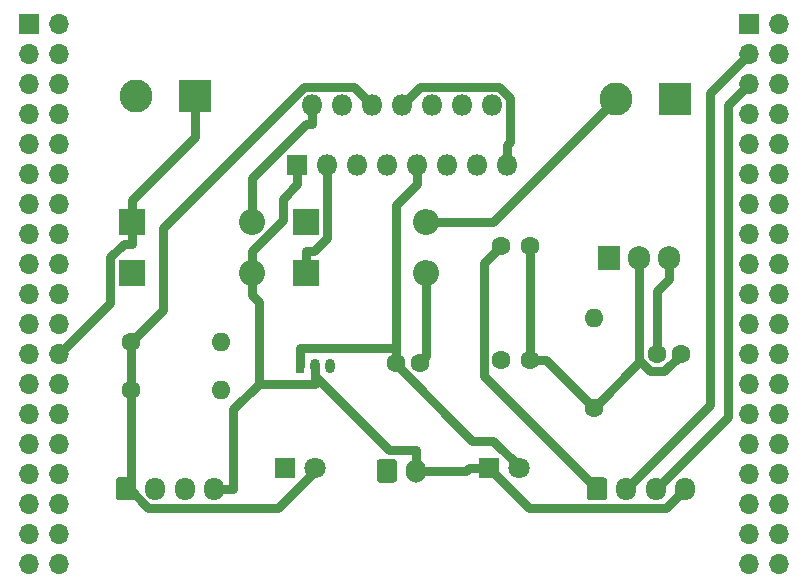
<source format=gbr>
%TF.GenerationSoftware,KiCad,Pcbnew,(5.1.6)-1*%
%TF.CreationDate,2021-07-06T14:07:52+07:00*%
%TF.ProjectId,test1,74657374-312e-46b6-9963-61645f706362,rev?*%
%TF.SameCoordinates,Original*%
%TF.FileFunction,Copper,L2,Bot*%
%TF.FilePolarity,Positive*%
%FSLAX46Y46*%
G04 Gerber Fmt 4.6, Leading zero omitted, Abs format (unit mm)*
G04 Created by KiCad (PCBNEW (5.1.6)-1) date 2021-07-06 14:07:52*
%MOMM*%
%LPD*%
G01*
G04 APERTURE LIST*
%TA.AperFunction,ComponentPad*%
%ADD10R,0.800000X1.250000*%
%TD*%
%TA.AperFunction,ComponentPad*%
%ADD11O,0.800000X1.250000*%
%TD*%
%TA.AperFunction,ComponentPad*%
%ADD12O,1.905000X2.000000*%
%TD*%
%TA.AperFunction,ComponentPad*%
%ADD13R,1.905000X2.000000*%
%TD*%
%TA.AperFunction,ComponentPad*%
%ADD14O,1.600000X1.600000*%
%TD*%
%TA.AperFunction,ComponentPad*%
%ADD15C,1.600000*%
%TD*%
%TA.AperFunction,ComponentPad*%
%ADD16O,1.700000X2.000000*%
%TD*%
%TA.AperFunction,ComponentPad*%
%ADD17O,1.700000X1.950000*%
%TD*%
%TA.AperFunction,ComponentPad*%
%ADD18O,2.200000X2.200000*%
%TD*%
%TA.AperFunction,ComponentPad*%
%ADD19R,2.200000X2.200000*%
%TD*%
%TA.AperFunction,ComponentPad*%
%ADD20C,1.800000*%
%TD*%
%TA.AperFunction,ComponentPad*%
%ADD21R,1.800000X1.800000*%
%TD*%
%TA.AperFunction,ComponentPad*%
%ADD22O,1.800000X1.800000*%
%TD*%
%TA.AperFunction,ComponentPad*%
%ADD23C,2.800000*%
%TD*%
%TA.AperFunction,ComponentPad*%
%ADD24R,2.800000X2.800000*%
%TD*%
%TA.AperFunction,ComponentPad*%
%ADD25O,1.700000X1.700000*%
%TD*%
%TA.AperFunction,ComponentPad*%
%ADD26R,1.700000X1.700000*%
%TD*%
%TA.AperFunction,Conductor*%
%ADD27C,0.750000*%
%TD*%
G04 APERTURE END LIST*
D10*
%TO.P,U3,1*%
%TO.N,+3V3*%
X156162000Y-100188000D03*
D11*
%TO.P,U3,3*%
%TO.N,+5V*%
X158702000Y-100188000D03*
%TO.P,U3,2*%
%TO.N,GND*%
X157432000Y-100188000D03*
%TD*%
D12*
%TO.P,U1,3*%
%TO.N,+5V*%
X187404000Y-91044000D03*
%TO.P,U1,2*%
%TO.N,GND*%
X184864000Y-91044000D03*
D13*
%TO.P,U1,1*%
%TO.N,+12V*%
X182324000Y-91044000D03*
%TD*%
D14*
%TO.P,R100,2*%
%TO.N,Net-(D1-Pad1)*%
X181054000Y-96124000D03*
D15*
%TO.P,R100,1*%
%TO.N,GND*%
X181054000Y-103744000D03*
%TD*%
D16*
%TO.P,limit switch,2*%
%TO.N,GND*%
X166028000Y-109078000D03*
%TO.P,limit switch,1*%
%TO.N,/limit_switch*%
%TA.AperFunction,ComponentPad*%
G36*
G01*
X162678000Y-109828000D02*
X162678000Y-108328000D01*
G75*
G02*
X162928000Y-108078000I250000J0D01*
G01*
X164128000Y-108078000D01*
G75*
G02*
X164378000Y-108328000I0J-250000D01*
G01*
X164378000Y-109828000D01*
G75*
G02*
X164128000Y-110078000I-250000J0D01*
G01*
X162928000Y-110078000D01*
G75*
G02*
X162678000Y-109828000I0J250000D01*
G01*
G37*
%TD.AperFunction*%
%TD*%
D17*
%TO.P,end-effector,4*%
%TO.N,GND*%
X188808000Y-110602000D03*
%TO.P,end-effector,3*%
%TO.N,/I2C_SDA*%
X186308000Y-110602000D03*
%TO.P,end-effector,2*%
%TO.N,/I2C_SCL*%
X183808000Y-110602000D03*
%TO.P,end-effector,1*%
%TO.N,+12V*%
%TA.AperFunction,ComponentPad*%
G36*
G01*
X180458000Y-111327000D02*
X180458000Y-109877000D01*
G75*
G02*
X180708000Y-109627000I250000J0D01*
G01*
X181908000Y-109627000D01*
G75*
G02*
X182158000Y-109877000I0J-250000D01*
G01*
X182158000Y-111327000D01*
G75*
G02*
X181908000Y-111577000I-250000J0D01*
G01*
X180708000Y-111577000D01*
G75*
G02*
X180458000Y-111327000I0J250000D01*
G01*
G37*
%TD.AperFunction*%
%TD*%
D18*
%TO.P,D6,2*%
%TO.N,GND*%
X166830000Y-92314000D03*
D19*
%TO.P,D6,1*%
%TO.N,Net-(D5-Pad2)*%
X156670000Y-92314000D03*
%TD*%
D18*
%TO.P,D5,2*%
%TO.N,Net-(D5-Pad2)*%
X166830000Y-87996000D03*
D19*
%TO.P,D5,1*%
%TO.N,+12V*%
X156670000Y-87996000D03*
%TD*%
D18*
%TO.P,D4,2*%
%TO.N,GND*%
X152098000Y-92314000D03*
D19*
%TO.P,D4,1*%
%TO.N,Net-(D3-Pad2)*%
X141938000Y-92314000D03*
%TD*%
D18*
%TO.P,D3,2*%
%TO.N,Net-(D3-Pad2)*%
X152098000Y-87996000D03*
D19*
%TO.P,D3,1*%
%TO.N,+12V*%
X141938000Y-87996000D03*
%TD*%
D20*
%TO.P,D2,2*%
%TO.N,+3V3*%
X174704000Y-108824000D03*
D21*
%TO.P,D2,1*%
%TO.N,GND*%
X172164000Y-108824000D03*
%TD*%
D20*
%TO.P,D1,2*%
%TO.N,+5V*%
X157432000Y-108824000D03*
D21*
%TO.P,D1,1*%
%TO.N,Net-(D1-Pad1)*%
X154892000Y-108824000D03*
%TD*%
D15*
%TO.P,C4,2*%
%TO.N,GND*%
X166290000Y-99934000D03*
%TO.P,C4,1*%
%TO.N,+3V3*%
X164290000Y-99934000D03*
%TD*%
%TO.P,C3,2*%
%TO.N,GND*%
X188388000Y-99172000D03*
%TO.P,C3,1*%
%TO.N,+5V*%
X186388000Y-99172000D03*
%TD*%
%TO.P,C2,2*%
%TO.N,GND*%
X175680000Y-99680000D03*
%TO.P,C2,1*%
%TO.N,+5V*%
X173180000Y-99680000D03*
%TD*%
%TO.P,C1,2*%
%TO.N,GND*%
X175680000Y-90028000D03*
%TO.P,C1,1*%
%TO.N,+12V*%
X173180000Y-90028000D03*
%TD*%
D22*
%TO.P,U2,15*%
%TO.N,GND*%
X173688000Y-83170000D03*
%TO.P,U2,14*%
%TO.N,Net-(U2-Pad14)*%
X172418000Y-78090000D03*
%TO.P,U2,13*%
%TO.N,Net-(U2-Pad13)*%
X171148000Y-83170000D03*
%TO.P,U2,12*%
%TO.N,Net-(U2-Pad12)*%
X169878000Y-78090000D03*
%TO.P,U2,11*%
%TO.N,Net-(U2-Pad11)*%
X168608000Y-83170000D03*
%TO.P,U2,10*%
%TO.N,Net-(U2-Pad10)*%
X167338000Y-78090000D03*
%TO.P,U2,9*%
%TO.N,+3V3*%
X166068000Y-83170000D03*
%TO.P,U2,8*%
%TO.N,GND*%
X164798000Y-78090000D03*
%TO.P,U2,7*%
%TO.N,/motor_pwm2*%
X163528000Y-83170000D03*
%TO.P,U2,6*%
%TO.N,+5V*%
X162258000Y-78090000D03*
%TO.P,U2,5*%
%TO.N,/motor_pwm1*%
X160988000Y-83170000D03*
%TO.P,U2,4*%
%TO.N,+12V*%
X159718000Y-78090000D03*
%TO.P,U2,3*%
%TO.N,Net-(D5-Pad2)*%
X158448000Y-83170000D03*
%TO.P,U2,2*%
%TO.N,Net-(D3-Pad2)*%
X157178000Y-78090000D03*
D21*
%TO.P,U2,1*%
%TO.N,GND*%
X155908000Y-83170000D03*
%TD*%
D14*
%TO.P,R2,2*%
%TO.N,/enc_b*%
X149464000Y-102252000D03*
D15*
%TO.P,R2,1*%
%TO.N,+5V*%
X141844000Y-102252000D03*
%TD*%
D14*
%TO.P,R1,2*%
%TO.N,/enc_a*%
X149464000Y-98202000D03*
D15*
%TO.P,R1,1*%
%TO.N,+5V*%
X141844000Y-98202000D03*
%TD*%
D23*
%TO.P,J3,2*%
%TO.N,GND*%
X142272000Y-77328000D03*
D24*
%TO.P,J3,1*%
%TO.N,+12V*%
X147272000Y-77328000D03*
%TD*%
D23*
%TO.P,J2,2*%
%TO.N,Net-(D5-Pad2)*%
X182912000Y-77582000D03*
D24*
%TO.P,J2,1*%
%TO.N,Net-(D3-Pad2)*%
X187912000Y-77582000D03*
%TD*%
D17*
%TO.P,encoder,4*%
%TO.N,GND*%
X148930000Y-110602000D03*
%TO.P,encoder,3*%
%TO.N,/enc_b*%
X146430000Y-110602000D03*
%TO.P,encoder,2*%
%TO.N,/enc_a*%
X143930000Y-110602000D03*
%TO.P,encoder,1*%
%TO.N,+5V*%
%TA.AperFunction,ComponentPad*%
G36*
G01*
X140580000Y-111327000D02*
X140580000Y-109877000D01*
G75*
G02*
X140830000Y-109627000I250000J0D01*
G01*
X142030000Y-109627000D01*
G75*
G02*
X142280000Y-109877000I0J-250000D01*
G01*
X142280000Y-111327000D01*
G75*
G02*
X142030000Y-111577000I-250000J0D01*
G01*
X140830000Y-111577000D01*
G75*
G02*
X140580000Y-111327000I0J250000D01*
G01*
G37*
%TD.AperFunction*%
%TD*%
D25*
%TO.P,CN10,38*%
%TO.N,Net-(CN10-Pad38)*%
X196750000Y-116960000D03*
%TO.P,CN10,37*%
%TO.N,Net-(CN10-Pad37)*%
X194210000Y-116960000D03*
%TO.P,CN10,36*%
%TO.N,Net-(CN10-Pad36)*%
X196750000Y-114420000D03*
%TO.P,CN10,35*%
%TO.N,Net-(CN10-Pad35)*%
X194210000Y-114420000D03*
%TO.P,CN10,34*%
%TO.N,Net-(CN10-Pad34)*%
X196750000Y-111880000D03*
%TO.P,CN10,33*%
%TO.N,Net-(CN10-Pad33)*%
X194210000Y-111880000D03*
%TO.P,CN10,32*%
%TO.N,Net-(CN10-Pad32)*%
X196750000Y-109340000D03*
%TO.P,CN10,31*%
%TO.N,Net-(CN10-Pad31)*%
X194210000Y-109340000D03*
%TO.P,CN10,30*%
%TO.N,Net-(CN10-Pad30)*%
X196750000Y-106800000D03*
%TO.P,CN10,29*%
%TO.N,Net-(CN10-Pad29)*%
X194210000Y-106800000D03*
%TO.P,CN10,28*%
%TO.N,Net-(CN10-Pad28)*%
X196750000Y-104260000D03*
%TO.P,CN10,27*%
%TO.N,Net-(CN10-Pad27)*%
X194210000Y-104260000D03*
%TO.P,CN10,26*%
%TO.N,Net-(CN10-Pad26)*%
X196750000Y-101720000D03*
%TO.P,CN10,25*%
%TO.N,Net-(CN10-Pad25)*%
X194210000Y-101720000D03*
%TO.P,CN10,24*%
%TO.N,Net-(CN10-Pad24)*%
X196750000Y-99180000D03*
%TO.P,CN10,23*%
%TO.N,/enc_a*%
X194210000Y-99180000D03*
%TO.P,CN10,22*%
%TO.N,Net-(CN10-Pad22)*%
X196750000Y-96640000D03*
%TO.P,CN10,21*%
%TO.N,/enc_b*%
X194210000Y-96640000D03*
%TO.P,CN10,20*%
%TO.N,Net-(CN10-Pad20)*%
X196750000Y-94100000D03*
%TO.P,CN10,19*%
%TO.N,/limit_switch*%
X194210000Y-94100000D03*
%TO.P,CN10,18*%
%TO.N,Net-(CN10-Pad18)*%
X196750000Y-91560000D03*
%TO.P,CN10,17*%
%TO.N,Net-(CN10-Pad17)*%
X194210000Y-91560000D03*
%TO.P,CN10,16*%
%TO.N,Net-(CN10-Pad16)*%
X196750000Y-89020000D03*
%TO.P,CN10,15*%
%TO.N,/motor_pwm2*%
X194210000Y-89020000D03*
%TO.P,CN10,14*%
%TO.N,Net-(CN10-Pad14)*%
X196750000Y-86480000D03*
%TO.P,CN10,13*%
%TO.N,/motor_pwm1*%
X194210000Y-86480000D03*
%TO.P,CN10,12*%
%TO.N,Net-(CN10-Pad12)*%
X196750000Y-83940000D03*
%TO.P,CN10,11*%
%TO.N,Net-(CN10-Pad11)*%
X194210000Y-83940000D03*
%TO.P,CN10,10*%
%TO.N,Net-(CN10-Pad10)*%
X196750000Y-81400000D03*
%TO.P,CN10,9*%
%TO.N,Net-(CN10-Pad9)*%
X194210000Y-81400000D03*
%TO.P,CN10,8*%
%TO.N,Net-(CN10-Pad8)*%
X196750000Y-78860000D03*
%TO.P,CN10,7*%
%TO.N,Net-(CN10-Pad7)*%
X194210000Y-78860000D03*
%TO.P,CN10,6*%
%TO.N,Net-(CN10-Pad6)*%
X196750000Y-76320000D03*
%TO.P,CN10,5*%
%TO.N,/I2C_SDA*%
X194210000Y-76320000D03*
%TO.P,CN10,4*%
%TO.N,Net-(CN10-Pad4)*%
X196750000Y-73780000D03*
%TO.P,CN10,3*%
%TO.N,/I2C_SCL*%
X194210000Y-73780000D03*
%TO.P,CN10,2*%
%TO.N,Net-(CN10-Pad2)*%
X196750000Y-71240000D03*
D26*
%TO.P,CN10,1*%
%TO.N,Net-(CN10-Pad1)*%
X194210000Y-71240000D03*
%TD*%
D25*
%TO.P,CN7,38*%
%TO.N,Net-(CN7-Pad38)*%
X135790000Y-116960000D03*
%TO.P,CN7,37*%
%TO.N,Net-(CN7-Pad37)*%
X133250000Y-116960000D03*
%TO.P,CN7,36*%
%TO.N,Net-(CN7-Pad36)*%
X135790000Y-114420000D03*
%TO.P,CN7,35*%
%TO.N,Net-(CN7-Pad35)*%
X133250000Y-114420000D03*
%TO.P,CN7,34*%
%TO.N,Net-(CN7-Pad34)*%
X135790000Y-111880000D03*
%TO.P,CN7,33*%
%TO.N,Net-(CN7-Pad33)*%
X133250000Y-111880000D03*
%TO.P,CN7,32*%
%TO.N,Net-(CN7-Pad32)*%
X135790000Y-109340000D03*
%TO.P,CN7,31*%
%TO.N,Net-(CN7-Pad31)*%
X133250000Y-109340000D03*
%TO.P,CN7,30*%
%TO.N,Net-(CN7-Pad30)*%
X135790000Y-106800000D03*
%TO.P,CN7,29*%
%TO.N,Net-(CN7-Pad29)*%
X133250000Y-106800000D03*
%TO.P,CN7,28*%
%TO.N,Net-(CN7-Pad28)*%
X135790000Y-104260000D03*
%TO.P,CN7,27*%
%TO.N,Net-(CN7-Pad27)*%
X133250000Y-104260000D03*
%TO.P,CN7,26*%
%TO.N,Net-(CN7-Pad26)*%
X135790000Y-101720000D03*
%TO.P,CN7,25*%
%TO.N,Net-(CN7-Pad25)*%
X133250000Y-101720000D03*
%TO.P,CN7,24*%
%TO.N,+12V*%
X135790000Y-99180000D03*
%TO.P,CN7,23*%
%TO.N,Net-(CN7-Pad23)*%
X133250000Y-99180000D03*
%TO.P,CN7,22*%
%TO.N,GND*%
X135790000Y-96640000D03*
%TO.P,CN7,21*%
%TO.N,Net-(CN7-Pad21)*%
X133250000Y-96640000D03*
%TO.P,CN7,20*%
%TO.N,Net-(CN7-Pad20)*%
X135790000Y-94100000D03*
%TO.P,CN7,19*%
%TO.N,Net-(CN7-Pad19)*%
X133250000Y-94100000D03*
%TO.P,CN7,18*%
%TO.N,Net-(CN7-Pad18)*%
X135790000Y-91560000D03*
%TO.P,CN7,17*%
%TO.N,Net-(CN7-Pad17)*%
X133250000Y-91560000D03*
%TO.P,CN7,16*%
%TO.N,Net-(CN7-Pad16)*%
X135790000Y-89020000D03*
%TO.P,CN7,15*%
%TO.N,Net-(CN7-Pad15)*%
X133250000Y-89020000D03*
%TO.P,CN7,14*%
%TO.N,Net-(CN7-Pad14)*%
X135790000Y-86480000D03*
%TO.P,CN7,13*%
%TO.N,Net-(CN7-Pad13)*%
X133250000Y-86480000D03*
%TO.P,CN7,12*%
%TO.N,Net-(CN7-Pad12)*%
X135790000Y-83940000D03*
%TO.P,CN7,11*%
%TO.N,Net-(CN7-Pad11)*%
X133250000Y-83940000D03*
%TO.P,CN7,10*%
%TO.N,Net-(CN7-Pad10)*%
X135790000Y-81400000D03*
%TO.P,CN7,9*%
%TO.N,Net-(CN7-Pad9)*%
X133250000Y-81400000D03*
%TO.P,CN7,8*%
%TO.N,Net-(CN7-Pad8)*%
X135790000Y-78860000D03*
%TO.P,CN7,7*%
%TO.N,Net-(CN7-Pad7)*%
X133250000Y-78860000D03*
%TO.P,CN7,6*%
%TO.N,Net-(CN7-Pad6)*%
X135790000Y-76320000D03*
%TO.P,CN7,5*%
%TO.N,Net-(CN7-Pad5)*%
X133250000Y-76320000D03*
%TO.P,CN7,4*%
%TO.N,Net-(CN7-Pad4)*%
X135790000Y-73780000D03*
%TO.P,CN7,3*%
%TO.N,Net-(CN7-Pad3)*%
X133250000Y-73780000D03*
%TO.P,CN7,2*%
%TO.N,Net-(CN7-Pad2)*%
X135790000Y-71240000D03*
D26*
%TO.P,CN7,1*%
%TO.N,Net-(CN7-Pad1)*%
X133250000Y-71240000D03*
%TD*%
D27*
%TO.N,GND*%
X152098000Y-92314000D02*
X152098000Y-90464000D01*
X155908000Y-83170000D02*
X155908000Y-84820000D01*
X155908000Y-84820000D02*
X154690600Y-86037400D01*
X154690600Y-86037400D02*
X154690600Y-87871400D01*
X154690600Y-87871400D02*
X152098000Y-90464000D01*
X173688000Y-83170000D02*
X173688000Y-81520000D01*
X164798000Y-78090000D02*
X166331900Y-76556100D01*
X166331900Y-76556100D02*
X173054800Y-76556100D01*
X173054800Y-76556100D02*
X173969900Y-77471200D01*
X173969900Y-77471200D02*
X173969900Y-81238100D01*
X173969900Y-81238100D02*
X173688000Y-81520000D01*
X166028000Y-109078000D02*
X166028000Y-107328000D01*
X157432000Y-101082300D02*
X163677700Y-107328000D01*
X163677700Y-107328000D02*
X166028000Y-107328000D01*
X157432000Y-101082300D02*
X157432000Y-101688000D01*
X157432000Y-100188000D02*
X157432000Y-101082300D01*
X148930000Y-110602000D02*
X150530000Y-110602000D01*
X152724700Y-101688000D02*
X152724700Y-94790700D01*
X152724700Y-94790700D02*
X152098000Y-94164000D01*
X150530000Y-110602000D02*
X150530000Y-103882700D01*
X150530000Y-103882700D02*
X152724700Y-101688000D01*
X152724700Y-101688000D02*
X157432000Y-101688000D01*
X152098000Y-92314000D02*
X152098000Y-94164000D01*
X172164000Y-108824000D02*
X170514000Y-108824000D01*
X166028000Y-109078000D02*
X170260000Y-109078000D01*
X170260000Y-109078000D02*
X170514000Y-108824000D01*
X166290000Y-99934000D02*
X166830000Y-99394000D01*
X166830000Y-99394000D02*
X166830000Y-92314000D01*
X184983300Y-99814700D02*
X184864000Y-99695500D01*
X184864000Y-99695500D02*
X184864000Y-91044000D01*
X188388000Y-99172000D02*
X188388000Y-99244400D01*
X188388000Y-99244400D02*
X187020500Y-100611900D01*
X187020500Y-100611900D02*
X185780400Y-100611900D01*
X185780400Y-100611900D02*
X184983300Y-99814700D01*
X184983300Y-99814700D02*
X181054000Y-103744000D01*
X188808000Y-110602000D02*
X187162900Y-112247100D01*
X187162900Y-112247100D02*
X175587100Y-112247100D01*
X175587100Y-112247100D02*
X172164000Y-108824000D01*
X175680000Y-99680000D02*
X176990000Y-99680000D01*
X176990000Y-99680000D02*
X181054000Y-103744000D01*
X175680000Y-90028000D02*
X175680000Y-99680000D01*
%TO.N,+5V*%
X141574300Y-110457700D02*
X143326600Y-112210000D01*
X143326600Y-112210000D02*
X154307500Y-112210000D01*
X154307500Y-112210000D02*
X157432000Y-109085500D01*
X157432000Y-109085500D02*
X157432000Y-108824000D01*
X141574300Y-110457700D02*
X141430000Y-110602000D01*
X141844000Y-102252000D02*
X141844000Y-110188000D01*
X141844000Y-110188000D02*
X141574300Y-110457700D01*
X141844000Y-98202000D02*
X141844000Y-102252000D01*
X162258000Y-78090000D02*
X160713100Y-76545100D01*
X160713100Y-76545100D02*
X156527400Y-76545100D01*
X156527400Y-76545100D02*
X144567600Y-88504900D01*
X144567600Y-88504900D02*
X144567600Y-95478400D01*
X144567600Y-95478400D02*
X141844000Y-98202000D01*
X187404000Y-91044000D02*
X187404000Y-92794000D01*
X186388000Y-99172000D02*
X186388000Y-93810000D01*
X186388000Y-93810000D02*
X187404000Y-92794000D01*
%TO.N,+3V3*%
X164290000Y-99934000D02*
X164290000Y-100031900D01*
X164290000Y-100031900D02*
X170767300Y-106509200D01*
X170767300Y-106509200D02*
X172534000Y-106509200D01*
X172534000Y-106509200D02*
X174704000Y-108679200D01*
X174704000Y-108679200D02*
X174704000Y-108824000D01*
X164290000Y-98688000D02*
X164290000Y-99934000D01*
X166068000Y-84820000D02*
X164290000Y-86598000D01*
X164290000Y-86598000D02*
X164290000Y-98688000D01*
X164290000Y-98688000D02*
X156162000Y-98688000D01*
X156162000Y-100188000D02*
X156162000Y-98688000D01*
X166068000Y-83170000D02*
X166068000Y-84820000D01*
%TO.N,+12V*%
X173180000Y-90028000D02*
X171738100Y-91469900D01*
X171738100Y-91469900D02*
X171738100Y-101032100D01*
X171738100Y-101032100D02*
X181308000Y-110602000D01*
X141938000Y-87996000D02*
X141938000Y-86146000D01*
X147272000Y-77328000D02*
X147272000Y-80812000D01*
X147272000Y-80812000D02*
X141938000Y-86146000D01*
X141938000Y-87996000D02*
X141938000Y-89846000D01*
X135790000Y-99180000D02*
X140088000Y-94882000D01*
X140088000Y-94882000D02*
X140088000Y-91002200D01*
X140088000Y-91002200D02*
X141244200Y-89846000D01*
X141244200Y-89846000D02*
X141938000Y-89846000D01*
%TO.N,/I2C_SDA*%
X194210000Y-76320000D02*
X192393600Y-78136400D01*
X192393600Y-78136400D02*
X192393600Y-104516400D01*
X192393600Y-104516400D02*
X186308000Y-110602000D01*
%TO.N,/I2C_SCL*%
X194210000Y-73780000D02*
X190893200Y-77096800D01*
X190893200Y-77096800D02*
X190893200Y-103516800D01*
X190893200Y-103516800D02*
X183808000Y-110602000D01*
%TO.N,Net-(D3-Pad2)*%
X157178000Y-78090000D02*
X157178000Y-79740000D01*
X157178000Y-79740000D02*
X156636600Y-79740000D01*
X156636600Y-79740000D02*
X152098000Y-84278600D01*
X152098000Y-84278600D02*
X152098000Y-87996000D01*
%TO.N,Net-(D5-Pad2)*%
X156670000Y-92314000D02*
X156670000Y-90464000D01*
X158448000Y-83170000D02*
X158448000Y-89352800D01*
X158448000Y-89352800D02*
X157336800Y-90464000D01*
X157336800Y-90464000D02*
X156670000Y-90464000D01*
X182912000Y-77582000D02*
X172498000Y-87996000D01*
X172498000Y-87996000D02*
X166830000Y-87996000D01*
%TD*%
M02*

</source>
